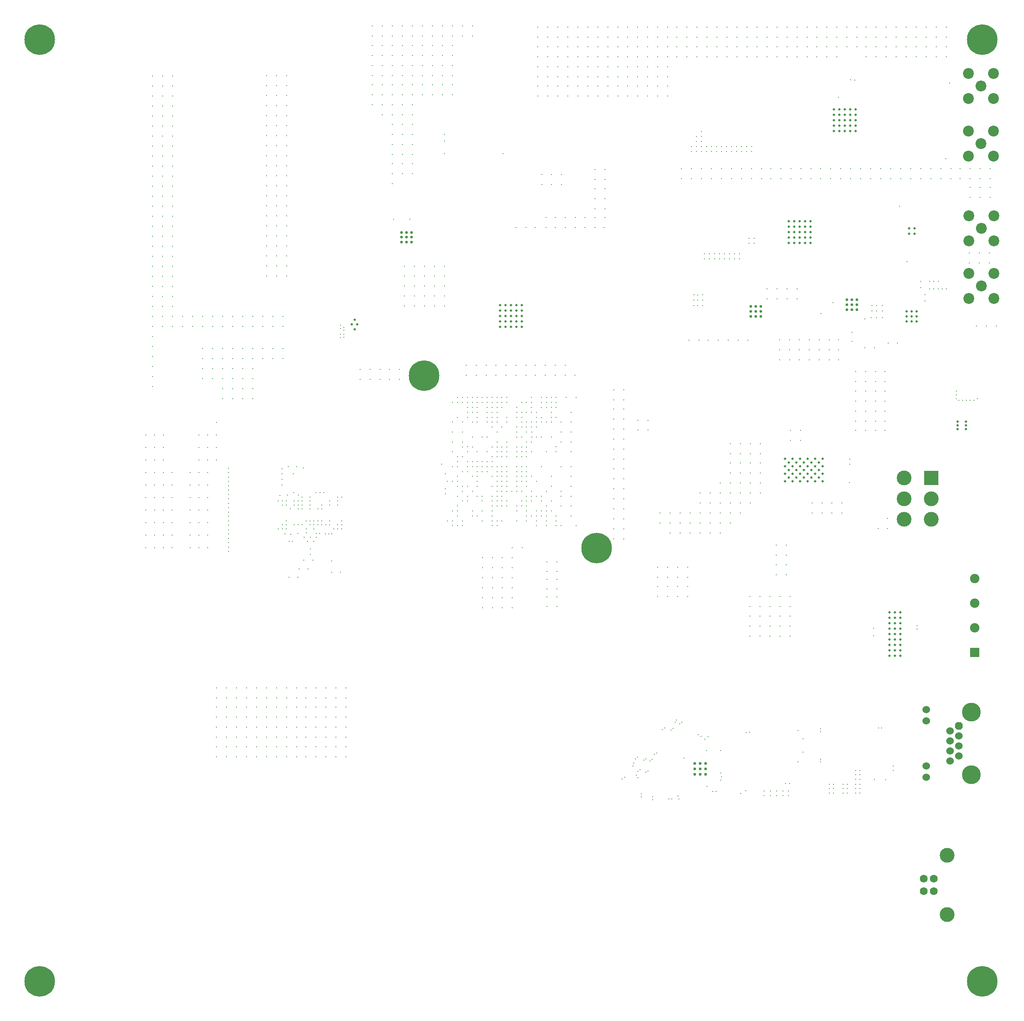
<source format=gbr>
G04*
G04 #@! TF.GenerationSoftware,Altium Limited,Altium Designer,23.11.1 (41)*
G04*
G04 Layer_Physical_Order=6*
G04 Layer_Color=65535*
%FSLAX44Y44*%
%MOMM*%
G71*
G04*
G04 #@! TF.SameCoordinates,04611707-018F-4F9C-9273-AB504833585F*
G04*
G04*
G04 #@! TF.FilePolarity,Positive*
G04*
G01*
G75*
%ADD217C,6.2000*%
%ADD218C,2.2000*%
%ADD219C,3.8100*%
G04:AMPARAMS|DCode=220|XSize=1.524mm|YSize=1.524mm|CornerRadius=0mm|HoleSize=0mm|Usage=FLASHONLY|Rotation=90.000|XOffset=0mm|YOffset=0mm|HoleType=Round|Shape=Octagon|*
%AMOCTAGOND220*
4,1,8,0.3810,0.7620,-0.3810,0.7620,-0.7620,0.3810,-0.7620,-0.3810,-0.3810,-0.7620,0.3810,-0.7620,0.7620,-0.3810,0.7620,0.3810,0.3810,0.7620,0.0*
%
%ADD220OCTAGOND220*%

%ADD221C,1.5240*%
%ADD222C,3.0000*%
%ADD223C,1.6000*%
%ADD224C,0.6000*%
%ADD225R,1.9050X1.9050*%
%ADD226C,1.9050*%
%ADD227R,3.0000X3.0000*%
%ADD228C,0.3048*%
%ADD229C,0.5588*%
%ADD230C,0.5000*%
%ADD231C,0.5080*%
D217*
X1174400Y924704D02*
D03*
X824400Y1274704D02*
D03*
X45720Y1955800D02*
D03*
Y45720D02*
D03*
X1955800D02*
D03*
Y1955800D02*
D03*
D218*
X1927606Y1719326D02*
D03*
X1978406D02*
D03*
Y1770126D02*
D03*
X1927606D02*
D03*
X1953006Y1744726D02*
D03*
X1954530Y1573127D02*
D03*
X1929130Y1598527D02*
D03*
X1979930D02*
D03*
Y1547727D02*
D03*
X1929130D02*
D03*
X1954530Y1456287D02*
D03*
X1929130Y1481687D02*
D03*
X1979930D02*
D03*
Y1430887D02*
D03*
X1929130D02*
D03*
X1953006Y1861566D02*
D03*
X1927606Y1886966D02*
D03*
X1978406D02*
D03*
Y1836166D02*
D03*
X1927606D02*
D03*
D219*
X1933980Y591820D02*
D03*
Y464820D02*
D03*
D220*
X1908580Y563880D02*
D03*
D221*
Y543560D02*
D03*
Y523240D02*
D03*
Y502920D02*
D03*
X1890800Y553720D02*
D03*
Y533400D02*
D03*
Y513080D02*
D03*
Y492760D02*
D03*
X1842540Y596900D02*
D03*
Y482600D02*
D03*
Y459740D02*
D03*
Y574040D02*
D03*
D222*
X1884680Y301500D02*
D03*
Y181100D02*
D03*
X1797320Y982800D02*
D03*
Y1024800D02*
D03*
Y1066800D02*
D03*
X1852320Y982800D02*
D03*
Y1024800D02*
D03*
D223*
X1857680Y228800D02*
D03*
Y253800D02*
D03*
X1837680Y228800D02*
D03*
Y253800D02*
D03*
D224*
X1373680Y487570D02*
D03*
X1384380D02*
D03*
X1395080D02*
D03*
X1373680Y476870D02*
D03*
X1384380D02*
D03*
X1395080D02*
D03*
X1373680Y466170D02*
D03*
X1384380D02*
D03*
X1395080D02*
D03*
D225*
X1940560Y712800D02*
D03*
D226*
Y762800D02*
D03*
Y812800D02*
D03*
Y862800D02*
D03*
D227*
X1852320Y1066800D02*
D03*
D228*
X537210Y1052830D02*
D03*
X428033Y1068710D02*
D03*
Y1086490D02*
D03*
X715122Y1266464D02*
D03*
Y1286784D02*
D03*
X735442D02*
D03*
Y1266464D02*
D03*
X754492D02*
D03*
Y1286784D02*
D03*
X694802Y1266464D02*
D03*
Y1286784D02*
D03*
X774812Y1266464D02*
D03*
Y1286784D02*
D03*
X314960Y1414795D02*
D03*
Y1496075D02*
D03*
Y1475755D02*
D03*
Y1455435D02*
D03*
Y1435115D02*
D03*
Y1678955D02*
D03*
Y1658635D02*
D03*
Y1638315D02*
D03*
Y1577355D02*
D03*
Y1597675D02*
D03*
Y1617995D02*
D03*
Y1557035D02*
D03*
Y1536715D02*
D03*
Y1516395D02*
D03*
Y1821180D02*
D03*
Y1841500D02*
D03*
Y1861820D02*
D03*
Y1800860D02*
D03*
Y1780540D02*
D03*
Y1760220D02*
D03*
Y1699260D02*
D03*
Y1719580D02*
D03*
Y1739900D02*
D03*
Y1882140D02*
D03*
X274320Y1272525D02*
D03*
Y1252205D02*
D03*
Y1292860D02*
D03*
Y1333500D02*
D03*
Y1353820D02*
D03*
Y1313180D02*
D03*
X546100Y1477025D02*
D03*
Y1497345D02*
D03*
Y1639585D02*
D03*
Y1659905D02*
D03*
Y1680225D02*
D03*
Y1619265D02*
D03*
Y1598945D02*
D03*
Y1578625D02*
D03*
Y1517665D02*
D03*
Y1537985D02*
D03*
Y1558305D02*
D03*
Y1863090D02*
D03*
Y1842770D02*
D03*
Y1822450D02*
D03*
Y1761490D02*
D03*
Y1781810D02*
D03*
Y1802130D02*
D03*
Y1741170D02*
D03*
Y1720850D02*
D03*
Y1700530D02*
D03*
Y1883410D02*
D03*
X525780Y1497345D02*
D03*
Y1477025D02*
D03*
X505460D02*
D03*
Y1497345D02*
D03*
Y1639585D02*
D03*
Y1659905D02*
D03*
Y1680225D02*
D03*
X525780D02*
D03*
Y1659905D02*
D03*
Y1639585D02*
D03*
Y1578625D02*
D03*
Y1598945D02*
D03*
Y1619265D02*
D03*
X505460D02*
D03*
Y1598945D02*
D03*
Y1578625D02*
D03*
Y1517665D02*
D03*
Y1537985D02*
D03*
Y1558305D02*
D03*
X525780D02*
D03*
Y1537985D02*
D03*
Y1517665D02*
D03*
X505460Y1863090D02*
D03*
Y1842770D02*
D03*
Y1822450D02*
D03*
X525780D02*
D03*
Y1842770D02*
D03*
Y1863090D02*
D03*
Y1802130D02*
D03*
Y1781810D02*
D03*
Y1761490D02*
D03*
X505460D02*
D03*
Y1781810D02*
D03*
Y1802130D02*
D03*
Y1741170D02*
D03*
Y1720850D02*
D03*
Y1700530D02*
D03*
X525780D02*
D03*
Y1720850D02*
D03*
Y1741170D02*
D03*
Y1883410D02*
D03*
X505460D02*
D03*
X274320Y1882140D02*
D03*
X294640D02*
D03*
Y1739900D02*
D03*
Y1719580D02*
D03*
Y1699260D02*
D03*
X274320D02*
D03*
Y1719580D02*
D03*
Y1739900D02*
D03*
Y1800860D02*
D03*
Y1780540D02*
D03*
Y1760220D02*
D03*
X294640D02*
D03*
Y1780540D02*
D03*
Y1800860D02*
D03*
Y1861820D02*
D03*
Y1841500D02*
D03*
Y1821180D02*
D03*
X274320D02*
D03*
Y1841500D02*
D03*
Y1861820D02*
D03*
X294640Y1516395D02*
D03*
Y1536715D02*
D03*
Y1557035D02*
D03*
X274320D02*
D03*
Y1536715D02*
D03*
Y1516395D02*
D03*
Y1577355D02*
D03*
Y1597675D02*
D03*
Y1617995D02*
D03*
X294640D02*
D03*
Y1597675D02*
D03*
Y1577355D02*
D03*
Y1638315D02*
D03*
Y1658635D02*
D03*
Y1678955D02*
D03*
X274320D02*
D03*
Y1658635D02*
D03*
Y1638315D02*
D03*
X294640Y1435115D02*
D03*
X274320D02*
D03*
Y1496075D02*
D03*
Y1475755D02*
D03*
Y1455435D02*
D03*
X294640D02*
D03*
Y1475755D02*
D03*
Y1496075D02*
D03*
X274320Y1414795D02*
D03*
X294640D02*
D03*
X274320Y1374140D02*
D03*
Y1394460D02*
D03*
X1520190Y1430020D02*
D03*
X1540510D02*
D03*
Y1450340D02*
D03*
X1520190D02*
D03*
X1560830D02*
D03*
X1581150D02*
D03*
Y1430020D02*
D03*
X1560830D02*
D03*
X1718310Y1389380D02*
D03*
X1483360Y1553030D02*
D03*
X1493520D02*
D03*
Y1542870D02*
D03*
X1483360D02*
D03*
X1883410Y1921510D02*
D03*
Y1941830D02*
D03*
Y1960880D02*
D03*
Y1981200D02*
D03*
X1822450D02*
D03*
X1842770D02*
D03*
X1863090D02*
D03*
Y1960880D02*
D03*
X1842770D02*
D03*
X1822450D02*
D03*
Y1941830D02*
D03*
X1842770D02*
D03*
X1863090D02*
D03*
Y1921510D02*
D03*
X1842770D02*
D03*
X1822450D02*
D03*
X1438910D02*
D03*
X1459230D02*
D03*
X1479550D02*
D03*
Y1941830D02*
D03*
X1459230D02*
D03*
X1438910D02*
D03*
Y1960880D02*
D03*
X1459230D02*
D03*
X1479550D02*
D03*
Y1981200D02*
D03*
X1459230D02*
D03*
X1438910D02*
D03*
X1499870D02*
D03*
X1520190D02*
D03*
X1540510D02*
D03*
Y1960880D02*
D03*
X1520190D02*
D03*
X1499870D02*
D03*
Y1941830D02*
D03*
X1520190D02*
D03*
X1540510D02*
D03*
Y1921510D02*
D03*
X1520190D02*
D03*
X1499870D02*
D03*
X1560830D02*
D03*
X1581150D02*
D03*
X1601470D02*
D03*
Y1941830D02*
D03*
X1581150D02*
D03*
X1560830D02*
D03*
Y1960880D02*
D03*
X1581150D02*
D03*
X1601470D02*
D03*
Y1981200D02*
D03*
X1581150D02*
D03*
X1560830D02*
D03*
X1661160D02*
D03*
X1681480D02*
D03*
X1701800D02*
D03*
Y1960880D02*
D03*
X1681480D02*
D03*
X1661160D02*
D03*
Y1941830D02*
D03*
X1681480D02*
D03*
X1701800D02*
D03*
X1661160Y1921510D02*
D03*
X1620520D02*
D03*
X1640840D02*
D03*
Y1941830D02*
D03*
X1620520D02*
D03*
Y1960880D02*
D03*
X1640840D02*
D03*
Y1981200D02*
D03*
X1620520D02*
D03*
X1720850D02*
D03*
X1741170D02*
D03*
Y1960880D02*
D03*
X1720850D02*
D03*
Y1941830D02*
D03*
X1741170D02*
D03*
Y1921510D02*
D03*
X1720850D02*
D03*
X1761490D02*
D03*
X1781810D02*
D03*
X1802130D02*
D03*
Y1941830D02*
D03*
X1781810D02*
D03*
X1761490D02*
D03*
Y1960880D02*
D03*
X1781810D02*
D03*
X1802130D02*
D03*
Y1981200D02*
D03*
X1781810D02*
D03*
X1761490D02*
D03*
X1984369Y1374726D02*
D03*
X1964049D02*
D03*
X1943729D02*
D03*
X1950048Y1502926D02*
D03*
X1970368D02*
D03*
Y1523246D02*
D03*
X1950048D02*
D03*
X1929728D02*
D03*
Y1502926D02*
D03*
X1931670Y1635760D02*
D03*
Y1656080D02*
D03*
X1951990D02*
D03*
X1972310D02*
D03*
Y1635760D02*
D03*
X1951990D02*
D03*
X1729740Y1673860D02*
D03*
X1750060D02*
D03*
X1770380D02*
D03*
Y1694180D02*
D03*
X1750060D02*
D03*
X1729740D02*
D03*
X1790700D02*
D03*
X1811020D02*
D03*
X1831340D02*
D03*
Y1673860D02*
D03*
X1811020D02*
D03*
X1790700D02*
D03*
X1851660D02*
D03*
X1871980D02*
D03*
X1892300D02*
D03*
Y1694180D02*
D03*
X1871980D02*
D03*
X1851660D02*
D03*
X1951990D02*
D03*
X1972310D02*
D03*
Y1673860D02*
D03*
X1951990D02*
D03*
X1911350D02*
D03*
X1931670D02*
D03*
Y1694180D02*
D03*
X1911350D02*
D03*
X1346200Y1673860D02*
D03*
X1366520D02*
D03*
X1386840D02*
D03*
Y1694180D02*
D03*
X1366520D02*
D03*
X1346200D02*
D03*
X1407160D02*
D03*
X1427480D02*
D03*
X1447800D02*
D03*
Y1673860D02*
D03*
X1427480D02*
D03*
X1407160D02*
D03*
X1468120D02*
D03*
X1488440D02*
D03*
X1508760D02*
D03*
Y1694180D02*
D03*
X1488440D02*
D03*
X1468120D02*
D03*
X1568450D02*
D03*
X1588770D02*
D03*
X1609090D02*
D03*
Y1673860D02*
D03*
X1588770D02*
D03*
X1568450D02*
D03*
X1527810D02*
D03*
X1548130D02*
D03*
Y1694180D02*
D03*
X1527810D02*
D03*
X1628140D02*
D03*
X1648460D02*
D03*
Y1673860D02*
D03*
X1628140D02*
D03*
X1668780D02*
D03*
X1689100D02*
D03*
X1709420D02*
D03*
Y1694180D02*
D03*
X1689100D02*
D03*
X1668780D02*
D03*
X1691640Y1362710D02*
D03*
Y1343660D02*
D03*
X1737360Y1330960D02*
D03*
X1718310D02*
D03*
X1784350Y1340439D02*
D03*
X1765300D02*
D03*
X436880Y1228090D02*
D03*
Y1248410D02*
D03*
X416560D02*
D03*
Y1228090D02*
D03*
X477520D02*
D03*
Y1248410D02*
D03*
Y1268730D02*
D03*
X457200D02*
D03*
Y1248410D02*
D03*
Y1228090D02*
D03*
Y1289050D02*
D03*
X477520D02*
D03*
X1441450Y1346200D02*
D03*
X1461770D02*
D03*
X1480820D02*
D03*
X1421130D02*
D03*
X1400810D02*
D03*
X1381760D02*
D03*
X1361440D02*
D03*
X1625600Y1306830D02*
D03*
Y1327150D02*
D03*
Y1347470D02*
D03*
X1645920D02*
D03*
Y1327150D02*
D03*
Y1306830D02*
D03*
X1664970D02*
D03*
Y1327150D02*
D03*
Y1347470D02*
D03*
X1605280Y1306830D02*
D03*
Y1327150D02*
D03*
Y1347470D02*
D03*
X1584960D02*
D03*
Y1327150D02*
D03*
Y1306830D02*
D03*
X1565910D02*
D03*
Y1327150D02*
D03*
Y1347470D02*
D03*
X1545590D02*
D03*
Y1327150D02*
D03*
Y1306830D02*
D03*
X1699260Y1202690D02*
D03*
X1719580D02*
D03*
X1739900D02*
D03*
Y1182370D02*
D03*
X1719580D02*
D03*
X1699260D02*
D03*
Y1163320D02*
D03*
X1719580D02*
D03*
X1739900D02*
D03*
X1699260Y1223010D02*
D03*
X1719580D02*
D03*
X1739900D02*
D03*
Y1243330D02*
D03*
X1719580D02*
D03*
X1699260D02*
D03*
Y1262380D02*
D03*
X1719580D02*
D03*
X1739900D02*
D03*
Y1282700D02*
D03*
X1719580D02*
D03*
X1699260D02*
D03*
X1758950Y1202690D02*
D03*
Y1182370D02*
D03*
Y1163320D02*
D03*
Y1223010D02*
D03*
Y1243330D02*
D03*
Y1262380D02*
D03*
Y1282700D02*
D03*
X1587500Y1143000D02*
D03*
Y1163320D02*
D03*
X1567180D02*
D03*
Y1143000D02*
D03*
X1384300Y1036320D02*
D03*
Y1016000D02*
D03*
X1363980Y995680D02*
D03*
X1323340D02*
D03*
X1343660D02*
D03*
X1303020D02*
D03*
Y975360D02*
D03*
X1323340Y955040D02*
D03*
X1343660D02*
D03*
Y975360D02*
D03*
X1323340D02*
D03*
X1384300Y995680D02*
D03*
X1445260Y975360D02*
D03*
X1384300D02*
D03*
X1363980D02*
D03*
Y955040D02*
D03*
X1384300D02*
D03*
X1404620D02*
D03*
X1424940D02*
D03*
Y975360D02*
D03*
X1404620D02*
D03*
X1424940Y1036320D02*
D03*
X1404620D02*
D03*
X1424940Y1056640D02*
D03*
Y1016000D02*
D03*
X1404620D02*
D03*
Y995680D02*
D03*
X1424940D02*
D03*
X1445260D02*
D03*
X1465580D02*
D03*
X1485900Y1016000D02*
D03*
X1465580D02*
D03*
X1445260D02*
D03*
Y1056640D02*
D03*
X1465580D02*
D03*
X1485900D02*
D03*
Y1036320D02*
D03*
X1465580D02*
D03*
X1445260D02*
D03*
Y1076960D02*
D03*
X1465580D02*
D03*
X1485900D02*
D03*
Y1097280D02*
D03*
X1465580D02*
D03*
X1445260D02*
D03*
Y1116330D02*
D03*
X1465580D02*
D03*
X1485900D02*
D03*
Y1136650D02*
D03*
X1465580D02*
D03*
X1445260D02*
D03*
X1506220D02*
D03*
Y1116330D02*
D03*
Y1097280D02*
D03*
Y1076960D02*
D03*
Y1036320D02*
D03*
Y1056640D02*
D03*
X1278108Y1183614D02*
D03*
X1257788D02*
D03*
Y1164564D02*
D03*
X1278108D02*
D03*
X1093769Y896700D02*
D03*
X1073449D02*
D03*
Y877650D02*
D03*
X1093769D02*
D03*
X1094286Y861117D02*
D03*
X1073966D02*
D03*
Y842067D02*
D03*
X1094286D02*
D03*
X1297860Y826062D02*
D03*
X1318180D02*
D03*
X1338500D02*
D03*
Y846382D02*
D03*
X1318180D02*
D03*
X1297860D02*
D03*
Y865432D02*
D03*
X1318180D02*
D03*
X1338500D02*
D03*
Y885752D02*
D03*
X1318180D02*
D03*
X1297860D02*
D03*
X1358820D02*
D03*
Y865432D02*
D03*
Y846382D02*
D03*
Y826062D02*
D03*
X1671032Y995593D02*
D03*
Y1015913D02*
D03*
X1650712D02*
D03*
Y995593D02*
D03*
X1631662D02*
D03*
Y1015913D02*
D03*
X1611342D02*
D03*
Y995593D02*
D03*
X1538822Y870578D02*
D03*
X1559142D02*
D03*
Y890898D02*
D03*
X1538822D02*
D03*
Y909948D02*
D03*
X1559142D02*
D03*
Y930268D02*
D03*
X1538822D02*
D03*
X1485240Y746379D02*
D03*
X1505560D02*
D03*
X1525880D02*
D03*
X1485240Y766699D02*
D03*
X1505560D02*
D03*
X1525880D02*
D03*
Y787019D02*
D03*
X1505560D02*
D03*
X1485240D02*
D03*
Y806069D02*
D03*
X1505560D02*
D03*
X1525880D02*
D03*
Y826389D02*
D03*
X1505560D02*
D03*
X1485240D02*
D03*
X1546200D02*
D03*
X1566520D02*
D03*
Y806069D02*
D03*
X1546200D02*
D03*
Y787019D02*
D03*
X1566520D02*
D03*
Y766699D02*
D03*
X1546200D02*
D03*
X1566520Y746379D02*
D03*
X1546200D02*
D03*
X1744736Y964394D02*
D03*
X1763786Y984714D02*
D03*
Y964394D02*
D03*
X403860Y561340D02*
D03*
X424180D02*
D03*
X444500D02*
D03*
Y541020D02*
D03*
X424180D02*
D03*
X403860D02*
D03*
Y521970D02*
D03*
X424180D02*
D03*
X444500D02*
D03*
Y501650D02*
D03*
X424180D02*
D03*
X403860D02*
D03*
Y581660D02*
D03*
X424180D02*
D03*
X444500D02*
D03*
Y601980D02*
D03*
X424180D02*
D03*
X403860D02*
D03*
Y621030D02*
D03*
X424180D02*
D03*
X444500D02*
D03*
Y641350D02*
D03*
X424180D02*
D03*
X403860D02*
D03*
X464820D02*
D03*
X485140D02*
D03*
X505460D02*
D03*
Y621030D02*
D03*
X485140D02*
D03*
X464820D02*
D03*
Y601980D02*
D03*
X485140D02*
D03*
X505460D02*
D03*
Y581660D02*
D03*
X485140D02*
D03*
X464820D02*
D03*
Y501650D02*
D03*
X485140D02*
D03*
X505460D02*
D03*
Y521970D02*
D03*
X485140D02*
D03*
X464820D02*
D03*
Y541020D02*
D03*
X485140D02*
D03*
X505460D02*
D03*
Y561340D02*
D03*
X485140D02*
D03*
X464820D02*
D03*
X525780D02*
D03*
X546100D02*
D03*
X566420D02*
D03*
Y541020D02*
D03*
X546100D02*
D03*
X525780D02*
D03*
Y521970D02*
D03*
X546100D02*
D03*
X566420D02*
D03*
Y501650D02*
D03*
X546100D02*
D03*
X525780D02*
D03*
Y581660D02*
D03*
X546100D02*
D03*
X566420D02*
D03*
Y601980D02*
D03*
X546100D02*
D03*
X525780D02*
D03*
Y621030D02*
D03*
X546100D02*
D03*
X566420D02*
D03*
Y641350D02*
D03*
X546100D02*
D03*
X525780D02*
D03*
X626110D02*
D03*
X646430D02*
D03*
X666750D02*
D03*
Y621030D02*
D03*
X646430D02*
D03*
X626110D02*
D03*
Y601980D02*
D03*
X646430D02*
D03*
X666750D02*
D03*
Y581660D02*
D03*
X646430D02*
D03*
X626110D02*
D03*
Y501650D02*
D03*
X646430D02*
D03*
X666750D02*
D03*
Y521970D02*
D03*
X646430D02*
D03*
X626110D02*
D03*
Y541020D02*
D03*
X646430D02*
D03*
X666750D02*
D03*
Y561340D02*
D03*
X646430D02*
D03*
X626110D02*
D03*
X585470D02*
D03*
X605790D02*
D03*
Y541020D02*
D03*
X585470D02*
D03*
Y521970D02*
D03*
X605790D02*
D03*
Y501650D02*
D03*
X585470D02*
D03*
Y581660D02*
D03*
X605790D02*
D03*
Y601980D02*
D03*
X585470D02*
D03*
Y621030D02*
D03*
X605790D02*
D03*
Y641350D02*
D03*
X585470D02*
D03*
X845820Y1436370D02*
D03*
X866140D02*
D03*
Y1416050D02*
D03*
X845820D02*
D03*
Y1456690D02*
D03*
X866140D02*
D03*
Y1477010D02*
D03*
X845820D02*
D03*
Y1496060D02*
D03*
X866140D02*
D03*
X825500D02*
D03*
X805180D02*
D03*
X784860D02*
D03*
Y1477010D02*
D03*
X805180D02*
D03*
X825500D02*
D03*
Y1456690D02*
D03*
X805180D02*
D03*
X784860D02*
D03*
Y1416050D02*
D03*
X805180D02*
D03*
X825500D02*
D03*
Y1436370D02*
D03*
X805180D02*
D03*
X784860D02*
D03*
X1070610Y1295400D02*
D03*
Y1275080D02*
D03*
X1130300D02*
D03*
X1111250D02*
D03*
Y1295400D02*
D03*
X1090930D02*
D03*
Y1275080D02*
D03*
X990600Y1295400D02*
D03*
Y1275080D02*
D03*
X1050290Y1295400D02*
D03*
Y1275080D02*
D03*
X1031240D02*
D03*
Y1295400D02*
D03*
X1010920D02*
D03*
Y1275080D02*
D03*
X910590Y1295400D02*
D03*
Y1275080D02*
D03*
X970280Y1295400D02*
D03*
Y1275080D02*
D03*
X951230D02*
D03*
Y1295400D02*
D03*
X930910D02*
D03*
Y1275080D02*
D03*
X1094286Y806201D02*
D03*
X1073966D02*
D03*
Y825251D02*
D03*
X1094286D02*
D03*
X1209040Y984250D02*
D03*
X1229360Y963930D02*
D03*
X1209040D02*
D03*
X1229360Y943610D02*
D03*
X1209040D02*
D03*
X1229360Y984250D02*
D03*
Y1004570D02*
D03*
X1209040D02*
D03*
Y1125220D02*
D03*
X1229360D02*
D03*
Y1104900D02*
D03*
X1209040D02*
D03*
Y1085850D02*
D03*
X1229360D02*
D03*
Y1065530D02*
D03*
X1209040D02*
D03*
Y1024890D02*
D03*
X1229360D02*
D03*
Y1045210D02*
D03*
X1209040D02*
D03*
Y1245870D02*
D03*
X1229360D02*
D03*
Y1225550D02*
D03*
X1209040D02*
D03*
Y1206500D02*
D03*
X1229360D02*
D03*
Y1186180D02*
D03*
X1209040D02*
D03*
Y1145540D02*
D03*
X1229360D02*
D03*
Y1165860D02*
D03*
X1209040D02*
D03*
X1023620Y925830D02*
D03*
X1003300D02*
D03*
X943610Y885190D02*
D03*
Y905510D02*
D03*
X963930D02*
D03*
Y885190D02*
D03*
X982980D02*
D03*
Y905510D02*
D03*
X1003300D02*
D03*
Y885190D02*
D03*
Y824230D02*
D03*
Y844550D02*
D03*
Y864870D02*
D03*
X982980D02*
D03*
Y844550D02*
D03*
Y824230D02*
D03*
X963930D02*
D03*
Y844550D02*
D03*
Y864870D02*
D03*
X943610D02*
D03*
Y844550D02*
D03*
Y824230D02*
D03*
Y803910D02*
D03*
X963930D02*
D03*
X982980D02*
D03*
X1003300D02*
D03*
X436880Y1268730D02*
D03*
Y1289050D02*
D03*
X375920D02*
D03*
X396240D02*
D03*
X416560D02*
D03*
Y1268730D02*
D03*
X396240D02*
D03*
X375920D02*
D03*
Y1309370D02*
D03*
X396240D02*
D03*
X416560D02*
D03*
Y1329690D02*
D03*
X396240D02*
D03*
X375920D02*
D03*
X436880D02*
D03*
X457200D02*
D03*
X477520D02*
D03*
Y1309370D02*
D03*
X457200D02*
D03*
X436880D02*
D03*
X497840D02*
D03*
X518160D02*
D03*
X538480D02*
D03*
Y1329690D02*
D03*
X518160D02*
D03*
X497840D02*
D03*
X355600Y1374140D02*
D03*
X335280D02*
D03*
X314960D02*
D03*
Y1394460D02*
D03*
X335280D02*
D03*
X355600D02*
D03*
X294640D02*
D03*
Y1374140D02*
D03*
X497840Y1394460D02*
D03*
X518160D02*
D03*
X538480D02*
D03*
Y1374140D02*
D03*
X518160D02*
D03*
X497840D02*
D03*
X436880D02*
D03*
X457200D02*
D03*
X477520D02*
D03*
Y1394460D02*
D03*
X457200D02*
D03*
X436880D02*
D03*
X375920D02*
D03*
X396240D02*
D03*
X416560D02*
D03*
Y1374140D02*
D03*
X396240D02*
D03*
X375920D02*
D03*
X1063822Y1662430D02*
D03*
X1082872D02*
D03*
X1103192D02*
D03*
Y1682750D02*
D03*
X1082872D02*
D03*
X1063822D02*
D03*
X1010698Y1574800D02*
D03*
X1031018D02*
D03*
X1050068D02*
D03*
X1189990D02*
D03*
X1170940D02*
D03*
X1071880Y1595120D02*
D03*
X1090930D02*
D03*
X1111250D02*
D03*
X1150620D02*
D03*
X1131570D02*
D03*
Y1574800D02*
D03*
X1150620D02*
D03*
X1111250D02*
D03*
X1090930D02*
D03*
X1071880D02*
D03*
X1170940Y1692910D02*
D03*
Y1672590D02*
D03*
Y1653540D02*
D03*
Y1633220D02*
D03*
Y1595120D02*
D03*
Y1612900D02*
D03*
X1191260D02*
D03*
Y1595120D02*
D03*
Y1633220D02*
D03*
Y1653540D02*
D03*
Y1672590D02*
D03*
Y1692910D02*
D03*
X350690Y1001400D02*
D03*
X386250D02*
D03*
X368470D02*
D03*
X386250Y1026800D02*
D03*
X368470D02*
D03*
X350690D02*
D03*
X368470Y1052200D02*
D03*
X386250D02*
D03*
X350690D02*
D03*
X278300Y1052200D02*
D03*
X260520D02*
D03*
X313860D02*
D03*
X296080D02*
D03*
Y1001400D02*
D03*
X313860D02*
D03*
X296080Y1026800D02*
D03*
X313860D02*
D03*
X278300Y1001400D02*
D03*
X260520D02*
D03*
Y1026800D02*
D03*
X278300D02*
D03*
X1377950Y1981200D02*
D03*
X1398270D02*
D03*
X1418590D02*
D03*
Y1960880D02*
D03*
X1398270D02*
D03*
X1377950D02*
D03*
Y1941830D02*
D03*
X1398270D02*
D03*
X1418590D02*
D03*
Y1921510D02*
D03*
X1398270D02*
D03*
X1377950D02*
D03*
X1337310D02*
D03*
X1357630D02*
D03*
Y1941830D02*
D03*
X1337310D02*
D03*
Y1960880D02*
D03*
X1357630D02*
D03*
Y1981200D02*
D03*
X1337310D02*
D03*
X1236980D02*
D03*
X1257300D02*
D03*
Y1960880D02*
D03*
X1236980D02*
D03*
Y1941830D02*
D03*
X1257300D02*
D03*
Y1921510D02*
D03*
X1236980D02*
D03*
Y1841500D02*
D03*
X1257300D02*
D03*
Y1861820D02*
D03*
X1236980D02*
D03*
Y1880870D02*
D03*
X1257300D02*
D03*
Y1901190D02*
D03*
X1236980D02*
D03*
X1277620D02*
D03*
X1297940D02*
D03*
X1318260D02*
D03*
Y1880870D02*
D03*
X1297940D02*
D03*
X1277620D02*
D03*
Y1861820D02*
D03*
X1297940D02*
D03*
X1318260D02*
D03*
Y1841500D02*
D03*
X1297940D02*
D03*
X1277620D02*
D03*
Y1921510D02*
D03*
X1297940D02*
D03*
X1318260D02*
D03*
Y1941830D02*
D03*
X1297940D02*
D03*
X1277620D02*
D03*
Y1960880D02*
D03*
X1297940D02*
D03*
X1318260D02*
D03*
Y1981200D02*
D03*
X1297940D02*
D03*
X1277620D02*
D03*
X1177290D02*
D03*
X1197610D02*
D03*
X1217930D02*
D03*
Y1960880D02*
D03*
X1197610D02*
D03*
X1177290D02*
D03*
Y1941830D02*
D03*
X1197610D02*
D03*
X1217930D02*
D03*
Y1921510D02*
D03*
X1197610D02*
D03*
X1177290D02*
D03*
Y1841500D02*
D03*
X1197610D02*
D03*
X1217930D02*
D03*
Y1861820D02*
D03*
X1197610D02*
D03*
X1177290D02*
D03*
Y1880870D02*
D03*
X1197610D02*
D03*
X1217930D02*
D03*
Y1901190D02*
D03*
X1197610D02*
D03*
X1177290D02*
D03*
X1116330D02*
D03*
X1136650D02*
D03*
X1156970D02*
D03*
Y1880870D02*
D03*
X1136650D02*
D03*
X1116330D02*
D03*
Y1861820D02*
D03*
X1136650D02*
D03*
X1156970D02*
D03*
Y1841500D02*
D03*
X1136650D02*
D03*
X1116330D02*
D03*
Y1921510D02*
D03*
X1136650D02*
D03*
X1156970D02*
D03*
Y1941830D02*
D03*
X1136650D02*
D03*
X1116330D02*
D03*
Y1960880D02*
D03*
X1136650D02*
D03*
X1156970D02*
D03*
Y1981200D02*
D03*
X1136650D02*
D03*
X1116330D02*
D03*
X1055370D02*
D03*
X1075690D02*
D03*
X1096010D02*
D03*
Y1960880D02*
D03*
X1075690D02*
D03*
X1055370D02*
D03*
Y1941830D02*
D03*
X1075690D02*
D03*
X1096010D02*
D03*
Y1921510D02*
D03*
X1075690D02*
D03*
X1055370D02*
D03*
Y1841500D02*
D03*
X1075690D02*
D03*
X1096010D02*
D03*
Y1861820D02*
D03*
X1075690D02*
D03*
X1055370D02*
D03*
Y1880870D02*
D03*
X1075690D02*
D03*
X1096010D02*
D03*
Y1901190D02*
D03*
X1075690D02*
D03*
X1055370D02*
D03*
X760730Y1663700D02*
D03*
X720090Y1823720D02*
D03*
X740410Y1803400D02*
D03*
Y1823720D02*
D03*
X781050Y1743710D02*
D03*
X801370D02*
D03*
Y1723390D02*
D03*
X781050D02*
D03*
Y1704340D02*
D03*
X801370D02*
D03*
Y1684020D02*
D03*
X781050D02*
D03*
Y1764030D02*
D03*
X801370D02*
D03*
Y1784350D02*
D03*
X781050D02*
D03*
Y1803400D02*
D03*
X801370D02*
D03*
Y1823720D02*
D03*
X781050D02*
D03*
X760730D02*
D03*
Y1803400D02*
D03*
Y1784350D02*
D03*
Y1764030D02*
D03*
Y1684020D02*
D03*
Y1704340D02*
D03*
Y1723390D02*
D03*
Y1743710D02*
D03*
X720090Y1903730D02*
D03*
X740410D02*
D03*
X760730D02*
D03*
Y1883410D02*
D03*
X740410D02*
D03*
X720090D02*
D03*
Y1864360D02*
D03*
X740410D02*
D03*
X760730D02*
D03*
Y1844040D02*
D03*
X740410D02*
D03*
X720090D02*
D03*
Y1924050D02*
D03*
X740410D02*
D03*
X760730D02*
D03*
Y1944370D02*
D03*
X740410D02*
D03*
X720090D02*
D03*
Y1963420D02*
D03*
X740410D02*
D03*
X760730D02*
D03*
Y1983740D02*
D03*
X740410D02*
D03*
X720090D02*
D03*
X781050D02*
D03*
X801370D02*
D03*
X821690D02*
D03*
Y1963420D02*
D03*
X801370D02*
D03*
X781050D02*
D03*
Y1944370D02*
D03*
X801370D02*
D03*
X821690D02*
D03*
Y1924050D02*
D03*
X801370D02*
D03*
X781050D02*
D03*
Y1844040D02*
D03*
X801370D02*
D03*
X821690D02*
D03*
Y1864360D02*
D03*
X801370D02*
D03*
X781050D02*
D03*
Y1883410D02*
D03*
X801370D02*
D03*
X821690D02*
D03*
Y1903730D02*
D03*
X801370D02*
D03*
X781050D02*
D03*
X1945640Y1228090D02*
D03*
X763022Y1592177D02*
D03*
X795773D02*
D03*
X923290Y1963420D02*
D03*
Y1983740D02*
D03*
X902970D02*
D03*
Y1963420D02*
D03*
X842010Y1903730D02*
D03*
X862330D02*
D03*
X882650D02*
D03*
Y1883410D02*
D03*
X862330D02*
D03*
X842010D02*
D03*
Y1864360D02*
D03*
X862330D02*
D03*
X882650D02*
D03*
Y1844040D02*
D03*
X862330D02*
D03*
X842010D02*
D03*
Y1924050D02*
D03*
X862330D02*
D03*
X882650D02*
D03*
Y1944370D02*
D03*
X862330D02*
D03*
X842010D02*
D03*
Y1963420D02*
D03*
X862330D02*
D03*
X882650D02*
D03*
Y1983740D02*
D03*
X862330D02*
D03*
X842010D02*
D03*
X866314Y1725007D02*
D03*
X984773D02*
D03*
X1882394Y1714500D02*
D03*
X1392841Y1511378D02*
D03*
X1403000D02*
D03*
Y1521537D02*
D03*
X1392841D02*
D03*
X1413161D02*
D03*
X1423320D02*
D03*
Y1511378D02*
D03*
X1413161D02*
D03*
X1453801D02*
D03*
X1463961D02*
D03*
Y1521537D02*
D03*
X1453801D02*
D03*
X1433481D02*
D03*
X1443640D02*
D03*
Y1511378D02*
D03*
X1433481D02*
D03*
X1386661Y1769711D02*
D03*
Y1759551D02*
D03*
X1376501D02*
D03*
X1386661Y1749391D02*
D03*
X1376501D02*
D03*
X1447621Y1729071D02*
D03*
X1457781D02*
D03*
Y1739231D02*
D03*
X1447621D02*
D03*
X1467941D02*
D03*
X1478101D02*
D03*
Y1729071D02*
D03*
X1467941D02*
D03*
X1488261Y1739231D02*
D03*
Y1729071D02*
D03*
X1406981D02*
D03*
X1417141D02*
D03*
Y1739231D02*
D03*
X1406981D02*
D03*
X1427301D02*
D03*
X1437461D02*
D03*
Y1729071D02*
D03*
X1427301D02*
D03*
X1386661D02*
D03*
X1396821D02*
D03*
Y1739231D02*
D03*
X1386661D02*
D03*
X1366341D02*
D03*
X1376501D02*
D03*
Y1729071D02*
D03*
X1366341D02*
D03*
X1379495Y1427558D02*
D03*
X1371215D02*
D03*
X1389040Y1438227D02*
D03*
Y1427558D02*
D03*
Y1416889D02*
D03*
X1371215Y1438227D02*
D03*
Y1416889D02*
D03*
X1379495D02*
D03*
Y1438149D02*
D03*
X1741738Y1405306D02*
D03*
Y1416813D02*
D03*
X1753168Y1405306D02*
D03*
Y1416813D02*
D03*
Y1392056D02*
D03*
X1741738D02*
D03*
X1730308D02*
D03*
X1732280Y1416813D02*
D03*
Y1405306D02*
D03*
X1788022Y1617754D02*
D03*
X1889760Y1867535D02*
D03*
X1803398Y1505712D02*
D03*
X1866900Y1465580D02*
D03*
X1858010D02*
D03*
X1831340D02*
D03*
X1849120D02*
D03*
X1840230Y1426210D02*
D03*
X1831340Y1452880D02*
D03*
X1840230Y1438910D02*
D03*
X1874520Y1450340D02*
D03*
X1883410D02*
D03*
X1866900D02*
D03*
X1849120D02*
D03*
X1858010D02*
D03*
X1931670Y1224280D02*
D03*
X1916430D02*
D03*
X1903730Y1243330D02*
D03*
Y1235710D02*
D03*
Y1228090D02*
D03*
X1939290Y1224280D02*
D03*
X1924050D02*
D03*
X1908810D02*
D03*
X1629156Y1400463D02*
D03*
X1653861Y1422400D02*
D03*
X1477621Y550829D02*
D03*
X1386098Y542934D02*
D03*
X1400175Y541682D02*
D03*
X1484490Y551054D02*
D03*
X1393962Y536808D02*
D03*
X1425944Y453656D02*
D03*
X1426210Y514350D02*
D03*
X1427480Y461010D02*
D03*
X1426210Y468630D02*
D03*
X1380470Y545836D02*
D03*
X1274674Y496836D02*
D03*
X1265071Y426196D02*
D03*
X1265008Y420148D02*
D03*
X1231358Y459702D02*
D03*
X1248278Y482905D02*
D03*
X1226109Y456533D02*
D03*
X1254952Y463980D02*
D03*
X1257533Y500788D02*
D03*
X1311980Y559770D02*
D03*
X1333171Y571977D02*
D03*
X1336461Y576175D02*
D03*
X1409379Y431165D02*
D03*
X1339179Y421671D02*
D03*
X1341095Y416067D02*
D03*
X1320437Y416131D02*
D03*
X1327139D02*
D03*
X1257945Y471994D02*
D03*
X1258221Y458917D02*
D03*
X1252837Y497455D02*
D03*
X1269822Y494620D02*
D03*
X1288173Y420148D02*
D03*
X1288208Y414187D02*
D03*
X1278691Y472636D02*
D03*
X1291065Y506373D02*
D03*
X1282348Y492477D02*
D03*
X1287135Y496217D02*
D03*
X1274304Y469603D02*
D03*
X1416629Y431132D02*
D03*
X1249778Y488623D02*
D03*
X1262380Y474980D02*
D03*
X1052500Y1030005D02*
D03*
X1032500D02*
D03*
X1002511Y1039990D02*
D03*
X972515Y1020011D02*
D03*
X1295890Y509075D02*
D03*
X655342Y1369726D02*
D03*
X662242Y1372686D02*
D03*
X655342Y1376562D02*
D03*
Y1351651D02*
D03*
X662242Y1366590D02*
D03*
Y1357954D02*
D03*
X655342Y1357912D02*
D03*
X662242Y1351858D02*
D03*
X1343003Y568522D02*
D03*
X1347236Y571737D02*
D03*
X1325086Y555594D02*
D03*
X1328980Y558800D02*
D03*
X1307512Y556349D02*
D03*
X569579Y1031862D02*
D03*
X548060Y1032570D02*
D03*
X560240Y1037100D02*
D03*
X532935Y1031724D02*
D03*
X624715Y953512D02*
D03*
X631750D02*
D03*
X637500Y953650D02*
D03*
X554816Y952880D02*
D03*
X568749Y954159D02*
D03*
X542460Y953100D02*
D03*
X606314Y954568D02*
D03*
X613297Y954459D02*
D03*
X1032510Y1090000D02*
D03*
X1042510Y1070000D02*
D03*
X1032510D02*
D03*
Y1080000D02*
D03*
X1012510D02*
D03*
X1022510D02*
D03*
X1032510Y1060000D02*
D03*
X1012510D02*
D03*
Y1050000D02*
D03*
X1022510Y1070000D02*
D03*
X1032510Y1050000D02*
D03*
X1022510Y1060028D02*
D03*
X1012510Y1070000D02*
D03*
X1052510Y1200000D02*
D03*
X952490Y1200000D02*
D03*
X972490D02*
D03*
X932490D02*
D03*
X922490D02*
D03*
X1022500Y1200010D02*
D03*
X1042510Y1200000D02*
D03*
X1012500Y1200010D02*
D03*
X1032500Y1200010D02*
D03*
X962490Y1200000D02*
D03*
X912490D02*
D03*
X1052510Y1190000D02*
D03*
X912510D02*
D03*
X972490D02*
D03*
X952490D02*
D03*
X992490D02*
D03*
X1062510D02*
D03*
X1012500Y1190010D02*
D03*
X932490Y1190000D02*
D03*
X1022500Y1190010D02*
D03*
X982490Y1070000D02*
D03*
X972490Y1080000D02*
D03*
Y1070000D02*
D03*
Y1090000D02*
D03*
X972488Y1060028D02*
D03*
X982490Y1050001D02*
D03*
X972488Y1050001D02*
D03*
X972500Y1039990D02*
D03*
X982490Y1090000D02*
D03*
Y1080000D02*
D03*
X962516Y1090007D02*
D03*
X982490Y1060028D02*
D03*
X982500Y1039990D02*
D03*
X1012510Y1090000D02*
D03*
X1022510D02*
D03*
X1052510Y1060000D02*
D03*
X1062510Y1090000D02*
D03*
X992490Y1070000D02*
D03*
X992500Y1020000D02*
D03*
X992490Y1060000D02*
D03*
Y1120000D02*
D03*
Y1110000D02*
D03*
X992500Y1039989D02*
D03*
X992500Y1010000D02*
D03*
X992490Y1090000D02*
D03*
Y1080000D02*
D03*
Y1050001D02*
D03*
X1052510Y1150000D02*
D03*
X1042710Y1150000D02*
D03*
X1042510Y1180000D02*
D03*
X1042500Y1140010D02*
D03*
X1042710Y1160000D02*
D03*
X1042510Y1170000D02*
D03*
Y1120000D02*
D03*
X1072510Y1180000D02*
D03*
Y1120000D02*
D03*
X1052510Y1180000D02*
D03*
Y1170000D02*
D03*
X1062510Y1150000D02*
D03*
Y1180000D02*
D03*
X972490Y1110000D02*
D03*
X982490Y1120000D02*
D03*
Y1110000D02*
D03*
X972490Y1120000D02*
D03*
X1012510Y1110000D02*
D03*
X1032510Y1120000D02*
D03*
X1012510D02*
D03*
X1032510Y1110000D02*
D03*
X1022510Y1120000D02*
D03*
Y1110000D02*
D03*
X1072510Y1220000D02*
D03*
X1062510D02*
D03*
Y1210000D02*
D03*
X982490D02*
D03*
X1072510D02*
D03*
X992490Y1220000D02*
D03*
X1042510D02*
D03*
X982490D02*
D03*
X1042510Y1210000D02*
D03*
X1012500Y1210010D02*
D03*
X1052500Y990000D02*
D03*
X1012510Y1000000D02*
D03*
X1032510Y1000001D02*
D03*
X1052510Y1000000D02*
D03*
X1062500D02*
D03*
X1012510Y980000D02*
D03*
X1042510Y990000D02*
D03*
X1032510D02*
D03*
X1072500D02*
D03*
X1052510Y980000D02*
D03*
X1072510D02*
D03*
X1062510Y990001D02*
D03*
X1072500Y1000000D02*
D03*
X1032510Y980000D02*
D03*
X1022500Y1220010D02*
D03*
X962490Y1229994D02*
D03*
X922490Y1220000D02*
D03*
X912490D02*
D03*
X932490D02*
D03*
X962490D02*
D03*
X952490D02*
D03*
X942490D02*
D03*
X972490D02*
D03*
X1032500Y1220010D02*
D03*
X1032510Y1020000D02*
D03*
X1012510Y1040000D02*
D03*
X1022500Y1010000D02*
D03*
X1032510Y1010000D02*
D03*
X1022510Y1040000D02*
D03*
X1012510Y1010000D02*
D03*
X1042510Y1040000D02*
D03*
X1062500Y1020000D02*
D03*
X1022500D02*
D03*
X1042500D02*
D03*
X1072510Y1040000D02*
D03*
X1042510Y1030000D02*
D03*
X1062510D02*
D03*
X1072510Y1010000D02*
D03*
X932490Y1210000D02*
D03*
X972490Y1210000D02*
D03*
X922603Y1210000D02*
D03*
X962490Y1210000D02*
D03*
X952490D02*
D03*
X912490Y1210000D02*
D03*
X982500Y1029990D02*
D03*
X972500Y1010000D02*
D03*
X972500Y1029990D02*
D03*
X982500Y1020000D02*
D03*
Y1009990D02*
D03*
X609500Y972000D02*
D03*
X617500Y972000D02*
D03*
X577500Y972000D02*
D03*
X601500D02*
D03*
X625500D02*
D03*
X593500D02*
D03*
X633500D02*
D03*
X601500Y964000D02*
D03*
X585500D02*
D03*
X593500Y980000D02*
D03*
X585500D02*
D03*
X617500Y980000D02*
D03*
X633500Y980000D02*
D03*
X609500D02*
D03*
X601500D02*
D03*
X577500Y1004000D02*
D03*
X593500Y1004000D02*
D03*
X617500Y1004000D02*
D03*
X633500Y1012000D02*
D03*
X609500Y1004000D02*
D03*
X260520Y1103000D02*
D03*
Y1128400D02*
D03*
Y1153800D02*
D03*
X350690Y925200D02*
D03*
X386250D02*
D03*
X368470D02*
D03*
X313860D02*
D03*
X296080D02*
D03*
X278300D02*
D03*
X428033Y926470D02*
D03*
Y944250D02*
D03*
X428020Y935360D02*
D03*
X428033Y917555D02*
D03*
X599610Y899800D02*
D03*
X580560D02*
D03*
X589450Y882020D02*
D03*
X571670D02*
D03*
X551275Y865193D02*
D03*
X569055D02*
D03*
X655415Y875353D02*
D03*
X637635D02*
D03*
Y898213D02*
D03*
X368470Y1153800D02*
D03*
X386250D02*
D03*
X296080D02*
D03*
X278300D02*
D03*
X404030D02*
D03*
Y1179200D02*
D03*
X278300Y950600D02*
D03*
X657500Y964000D02*
D03*
X585500Y956000D02*
D03*
X600880Y937900D02*
D03*
X605960Y946790D02*
D03*
X649500Y964000D02*
D03*
X641500Y964000D02*
D03*
X594360Y911860D02*
D03*
Y923290D02*
D03*
X594530Y946790D02*
D03*
X588180Y937900D02*
D03*
X557700D02*
D03*
X581830Y946790D02*
D03*
X551350Y937900D02*
D03*
X260520Y950600D02*
D03*
Y976000D02*
D03*
Y1077600D02*
D03*
Y925200D02*
D03*
X867510Y1075000D02*
D03*
X882510Y1120001D02*
D03*
X882490Y1140000D02*
D03*
X882500Y1000000D02*
D03*
X867510Y1035020D02*
D03*
X860550Y1095001D02*
D03*
X872500Y1059991D02*
D03*
X882500Y1060000D02*
D03*
X867510Y1045001D02*
D03*
X882500Y1090000D02*
D03*
X657500Y972000D02*
D03*
X649500Y1012000D02*
D03*
Y1028000D02*
D03*
X657500D02*
D03*
X649500Y972000D02*
D03*
Y1020000D02*
D03*
X657500Y980000D02*
D03*
X962500Y979990D02*
D03*
X972500Y979990D02*
D03*
X942500Y979990D02*
D03*
X902500D02*
D03*
X872500Y980000D02*
D03*
X882510D02*
D03*
X982500Y979990D02*
D03*
X902500Y969990D02*
D03*
X882510Y970000D02*
D03*
X892500Y969990D02*
D03*
X962500Y969990D02*
D03*
X972500Y969990D02*
D03*
X580390Y1087120D02*
D03*
X593500Y1020000D02*
D03*
X593500Y1012001D02*
D03*
X617500Y1012001D02*
D03*
X633500Y1020000D02*
D03*
X605500Y1037100D02*
D03*
X593501Y1028000D02*
D03*
X621500Y1037100D02*
D03*
X613500D02*
D03*
X577501Y1028000D02*
D03*
X278300Y1077600D02*
D03*
Y976000D02*
D03*
Y1128400D02*
D03*
Y1103000D02*
D03*
X313860Y1077600D02*
D03*
X296080Y1103000D02*
D03*
Y1128400D02*
D03*
Y1077600D02*
D03*
X368470D02*
D03*
X404030Y1103000D02*
D03*
X386250Y1077600D02*
D03*
Y1103000D02*
D03*
X368470D02*
D03*
X350690Y1077600D02*
D03*
Y950600D02*
D03*
X428033Y953140D02*
D03*
X368470Y950600D02*
D03*
X386250D02*
D03*
X313860D02*
D03*
X428033Y962032D02*
D03*
X296080Y950600D02*
D03*
X549910Y1089660D02*
D03*
X537210Y1085850D02*
D03*
X566420Y1089660D02*
D03*
X537210Y1064260D02*
D03*
Y1075690D02*
D03*
X560070D02*
D03*
X404030Y1128400D02*
D03*
X386250D02*
D03*
X368470D02*
D03*
X553423Y1003999D02*
D03*
X561500Y1020000D02*
D03*
X577500D02*
D03*
X561500Y972000D02*
D03*
X569500Y1012000D02*
D03*
X569500Y1004000D02*
D03*
X569500Y1020001D02*
D03*
X561500Y1012000D02*
D03*
X577500Y1012001D02*
D03*
X569500Y972000D02*
D03*
X428033Y1077600D02*
D03*
X922500Y989991D02*
D03*
X942500Y999990D02*
D03*
X932500Y989990D02*
D03*
X922500Y999990D02*
D03*
X912510Y1030000D02*
D03*
X932510Y1030001D02*
D03*
X912510Y1020000D02*
D03*
X942500Y1020000D02*
D03*
X942510Y1030000D02*
D03*
X962510Y1100000D02*
D03*
X962490Y1070000D02*
D03*
X962503Y1189943D02*
D03*
X962500Y1019990D02*
D03*
X962500Y990025D02*
D03*
X962501Y1030025D02*
D03*
X962500Y1010000D02*
D03*
Y999990D02*
D03*
X962510Y1050000D02*
D03*
X952510Y1090000D02*
D03*
X942510Y1090000D02*
D03*
X962500Y1110010D02*
D03*
X952510Y1100000D02*
D03*
X952500Y1120000D02*
D03*
Y1080000D02*
D03*
X942510Y1100000D02*
D03*
X942500Y1079990D02*
D03*
X902490Y1130000D02*
D03*
Y1140000D02*
D03*
X902510Y1110000D02*
D03*
X902490Y1160000D02*
D03*
Y1180000D02*
D03*
X912510Y1100000D02*
D03*
X912510Y1080000D02*
D03*
Y1050000D02*
D03*
X912638Y1130089D02*
D03*
X912510Y1090000D02*
D03*
X912490Y1120000D02*
D03*
X922590Y1099921D02*
D03*
X922490Y1180000D02*
D03*
Y1150000D02*
D03*
X932490Y1120000D02*
D03*
X922490Y1130000D02*
D03*
X922510Y1040000D02*
D03*
X932590Y1090000D02*
D03*
X932470Y1080034D02*
D03*
X922550Y1090080D02*
D03*
X932549Y1070000D02*
D03*
X932510Y1100000D02*
D03*
X922510Y1070000D02*
D03*
X932510Y1060000D02*
D03*
X932510Y1050000D02*
D03*
X932490Y1180000D02*
D03*
X892479Y1090080D02*
D03*
X892550Y1099921D02*
D03*
X902470Y1080028D02*
D03*
X892510Y1110001D02*
D03*
Y1070000D02*
D03*
X902510Y1020000D02*
D03*
Y1040000D02*
D03*
X892455Y990000D02*
D03*
X892509Y1030020D02*
D03*
X902510Y1050001D02*
D03*
X892510Y1000001D02*
D03*
X892510Y1050000D02*
D03*
X892500Y1060000D02*
D03*
X892510Y1010015D02*
D03*
X1052510Y970000D02*
D03*
X1072510D02*
D03*
X1092510Y1190000D02*
D03*
Y970000D02*
D03*
X1102510Y1160000D02*
D03*
Y1140000D02*
D03*
X1092500Y1130010D02*
D03*
X1102500Y1180010D02*
D03*
X1092510Y1120000D02*
D03*
X1102510Y970000D02*
D03*
X1092510Y980000D02*
D03*
Y1210000D02*
D03*
Y1230000D02*
D03*
Y1220000D02*
D03*
X1112500Y1230010D02*
D03*
X1082510Y1210000D02*
D03*
X1132510Y970000D02*
D03*
X1122510Y1120000D02*
D03*
X1082500Y1200010D02*
D03*
X1082510Y1050000D02*
D03*
Y1190000D02*
D03*
Y1150000D02*
D03*
Y1180000D02*
D03*
Y1020000D02*
D03*
X1042510Y1230000D02*
D03*
X992490Y1230000D02*
D03*
X1072510D02*
D03*
X1062510D02*
D03*
X1082510Y1220000D02*
D03*
X902490D02*
D03*
X942503Y1230000D02*
D03*
X902490D02*
D03*
X972490D02*
D03*
X932490D02*
D03*
X922490Y1230000D02*
D03*
X1082510Y1230000D02*
D03*
X982490Y1230090D02*
D03*
X1122510Y1160000D02*
D03*
X1132500Y1230010D02*
D03*
X1122500Y1180010D02*
D03*
X1122500Y1200010D02*
D03*
X1122510Y1140000D02*
D03*
X882510Y1220000D02*
D03*
X892490Y1220000D02*
D03*
X882490Y1180000D02*
D03*
X892510Y1190000D02*
D03*
X882490Y1160000D02*
D03*
X912490Y1230000D02*
D03*
X892490D02*
D03*
X952490D02*
D03*
X1092510Y990001D02*
D03*
X1082510Y1000000D02*
D03*
X1122510Y1050000D02*
D03*
Y990000D02*
D03*
Y1030000D02*
D03*
X1102510Y1040000D02*
D03*
Y1030000D02*
D03*
Y1010000D02*
D03*
X1122510Y1090000D02*
D03*
Y1010000D02*
D03*
X1082510Y1070000D02*
D03*
X1102510Y1090000D02*
D03*
X1122510Y1070000D02*
D03*
X1022710Y1150000D02*
D03*
X1032490Y1140000D02*
D03*
X1022510Y1130000D02*
D03*
X1032510D02*
D03*
X1012510D02*
D03*
Y1150000D02*
D03*
X1032510Y1180000D02*
D03*
X1022510D02*
D03*
X952490D02*
D03*
X962490D02*
D03*
X992490Y1180000D02*
D03*
X972490Y1180000D02*
D03*
X982490Y1170000D02*
D03*
X962490Y1170000D02*
D03*
X972490Y1160000D02*
D03*
X952490Y1150000D02*
D03*
X942490D02*
D03*
X962490Y1130000D02*
D03*
X972490Y1130000D02*
D03*
X992490D02*
D03*
X982490D02*
D03*
X972490Y1140000D02*
D03*
X992490D02*
D03*
X1032510Y1170000D02*
D03*
X1012510Y1170000D02*
D03*
X1012500Y1160010D02*
D03*
X1022510Y1170000D02*
D03*
X1032490Y1160000D02*
D03*
X313860Y976000D02*
D03*
X296080D02*
D03*
X368470D02*
D03*
X428033Y1033150D02*
D03*
Y1059795D02*
D03*
Y979810D02*
D03*
Y970895D02*
D03*
X428033Y1050930D02*
D03*
X428033Y988675D02*
D03*
Y1042015D02*
D03*
Y1024286D02*
D03*
Y997590D02*
D03*
Y1006455D02*
D03*
Y1015370D02*
D03*
X545635Y964000D02*
D03*
X545500Y1012001D02*
D03*
X537547Y1012048D02*
D03*
X529194Y963600D02*
D03*
X545500Y972000D02*
D03*
X537500Y964000D02*
D03*
X537500Y1020000D02*
D03*
X545500Y980000D02*
D03*
X545500Y1020000D02*
D03*
X529500Y1020001D02*
D03*
X537500Y972000D02*
D03*
X386250Y976000D02*
D03*
X350690D02*
D03*
X866314Y1764037D02*
D03*
Y1750407D02*
D03*
X1664208Y1839468D02*
D03*
X1697990Y1873758D02*
D03*
X1689100Y1874266D02*
D03*
X1686951Y1057600D02*
D03*
X1687830Y1094740D02*
D03*
Y1104900D02*
D03*
X1397542Y441325D02*
D03*
X1466850Y426720D02*
D03*
X1477010Y433070D02*
D03*
X1513840Y431800D02*
D03*
Y422910D02*
D03*
X1526540D02*
D03*
Y431800D02*
D03*
X1539240Y422910D02*
D03*
Y431800D02*
D03*
X1551940D02*
D03*
Y422910D02*
D03*
X1563370Y431800D02*
D03*
Y422910D02*
D03*
X1645920Y427990D02*
D03*
Y436880D02*
D03*
Y445770D02*
D03*
X1654810Y427990D02*
D03*
Y436880D02*
D03*
Y445770D02*
D03*
X1673860Y427990D02*
D03*
Y436880D02*
D03*
Y445770D02*
D03*
X1682750Y427990D02*
D03*
Y436880D02*
D03*
Y445770D02*
D03*
X1699260Y427990D02*
D03*
Y436880D02*
D03*
Y445770D02*
D03*
X1708150Y427990D02*
D03*
Y436880D02*
D03*
Y445770D02*
D03*
X1351280Y499110D02*
D03*
X1397000Y514350D02*
D03*
X1557020Y447040D02*
D03*
X1565910D02*
D03*
X1582420Y554990D02*
D03*
Y491490D02*
D03*
X1592589Y537338D02*
D03*
X1592589Y510668D02*
D03*
X1628140Y552450D02*
D03*
Y491236D02*
D03*
Y496570D02*
D03*
X1628246Y558037D02*
D03*
X1699260Y455930D02*
D03*
Y464820D02*
D03*
Y473710D02*
D03*
X1708150Y455930D02*
D03*
Y464820D02*
D03*
Y473710D02*
D03*
X1737360Y455930D02*
D03*
X1746123Y560070D02*
D03*
X1751457D02*
D03*
X1760220Y454660D02*
D03*
X1775460Y473710D02*
D03*
Y482600D02*
D03*
X1736090Y746760D02*
D03*
Y762000D02*
D03*
X1823720Y760730D02*
D03*
Y767080D02*
D03*
D229*
X1681537Y1408307D02*
D03*
X1691537D02*
D03*
X1701537D02*
D03*
Y1418307D02*
D03*
X1691537D02*
D03*
X1681537D02*
D03*
Y1428307D02*
D03*
X1691537D02*
D03*
X1701537D02*
D03*
X779273Y1565081D02*
D03*
Y1555081D02*
D03*
Y1545081D02*
D03*
X789273D02*
D03*
Y1555081D02*
D03*
Y1565081D02*
D03*
X799273D02*
D03*
Y1555081D02*
D03*
Y1545081D02*
D03*
X1506810Y1414611D02*
D03*
X1496810D02*
D03*
X1486810D02*
D03*
Y1404611D02*
D03*
X1496810D02*
D03*
X1506810D02*
D03*
Y1394611D02*
D03*
X1496810D02*
D03*
X1486810D02*
D03*
D230*
X1922719Y1165576D02*
D03*
Y1173376D02*
D03*
Y1181176D02*
D03*
X1905519D02*
D03*
Y1173376D02*
D03*
Y1165576D02*
D03*
X683862Y1368680D02*
D03*
X689612Y1378180D02*
D03*
X678112D02*
D03*
X683862Y1387680D02*
D03*
X1802899Y1404533D02*
D03*
X1812899D02*
D03*
Y1384533D02*
D03*
X1822899D02*
D03*
Y1404533D02*
D03*
Y1394533D02*
D03*
X1812899D02*
D03*
X1802899Y1384533D02*
D03*
Y1394533D02*
D03*
X978880Y1417248D02*
D03*
X989880D02*
D03*
X1000880D02*
D03*
X1011880D02*
D03*
X1022880D02*
D03*
X978880Y1406248D02*
D03*
X989880D02*
D03*
X1000880D02*
D03*
X1011880D02*
D03*
X1022880D02*
D03*
X978880Y1395249D02*
D03*
X989880D02*
D03*
X1000880D02*
D03*
X1011880D02*
D03*
X1022880D02*
D03*
X978880Y1384248D02*
D03*
X989880D02*
D03*
X1000880D02*
D03*
X1011880D02*
D03*
X1022880D02*
D03*
X978880Y1373248D02*
D03*
X989880D02*
D03*
X1000880D02*
D03*
X1011880D02*
D03*
X1022880D02*
D03*
X1607963Y1587234D02*
D03*
Y1576234D02*
D03*
Y1565234D02*
D03*
Y1554234D02*
D03*
Y1543234D02*
D03*
X1596963Y1587234D02*
D03*
Y1576234D02*
D03*
Y1565234D02*
D03*
Y1554234D02*
D03*
Y1543234D02*
D03*
X1585963Y1587234D02*
D03*
Y1576234D02*
D03*
Y1565234D02*
D03*
Y1554234D02*
D03*
Y1543234D02*
D03*
X1574963Y1587234D02*
D03*
Y1576234D02*
D03*
Y1565234D02*
D03*
Y1554234D02*
D03*
Y1543234D02*
D03*
X1563963Y1587234D02*
D03*
Y1576234D02*
D03*
Y1565234D02*
D03*
Y1554234D02*
D03*
Y1543234D02*
D03*
X1807793Y1573274D02*
D03*
X1818793D02*
D03*
X1807793Y1562274D02*
D03*
X1818793D02*
D03*
X1655076Y1770728D02*
D03*
Y1781729D02*
D03*
Y1792728D02*
D03*
Y1803728D02*
D03*
Y1814728D02*
D03*
X1666077Y1770728D02*
D03*
Y1781729D02*
D03*
Y1792728D02*
D03*
Y1803728D02*
D03*
Y1814728D02*
D03*
X1677076Y1770728D02*
D03*
Y1781729D02*
D03*
Y1792728D02*
D03*
Y1803728D02*
D03*
Y1814728D02*
D03*
X1688076Y1770728D02*
D03*
Y1781729D02*
D03*
Y1792728D02*
D03*
Y1803728D02*
D03*
Y1814728D02*
D03*
X1699076Y1770728D02*
D03*
Y1781729D02*
D03*
Y1792728D02*
D03*
Y1803728D02*
D03*
Y1814728D02*
D03*
X1768170Y794200D02*
D03*
X1779170D02*
D03*
X1790170D02*
D03*
X1768170Y783200D02*
D03*
X1779170D02*
D03*
X1790170D02*
D03*
X1768170Y772200D02*
D03*
X1779170D02*
D03*
X1790170D02*
D03*
X1768170Y761200D02*
D03*
X1779170D02*
D03*
X1790170D02*
D03*
X1768170Y750200D02*
D03*
X1779170D02*
D03*
X1790170D02*
D03*
X1768170Y739200D02*
D03*
X1779170D02*
D03*
X1790170D02*
D03*
X1768170Y728200D02*
D03*
X1779170D02*
D03*
X1790170D02*
D03*
X1768170Y717200D02*
D03*
X1779170D02*
D03*
X1790170D02*
D03*
X1768170Y706200D02*
D03*
X1779170D02*
D03*
X1790170D02*
D03*
D231*
X1594000Y1083000D02*
D03*
X1578760D02*
D03*
X1563520D02*
D03*
X1624480Y1067760D02*
D03*
X1616860Y1060140D02*
D03*
X1632100D02*
D03*
Y1075380D02*
D03*
Y1090620D02*
D03*
Y1105860D02*
D03*
X1624480Y1083000D02*
D03*
Y1098240D02*
D03*
X1616860Y1075380D02*
D03*
Y1090620D02*
D03*
Y1105860D02*
D03*
X1609240Y1067760D02*
D03*
Y1083000D02*
D03*
Y1098240D02*
D03*
X1601620Y1060140D02*
D03*
Y1075380D02*
D03*
Y1090620D02*
D03*
Y1105860D02*
D03*
X1594000Y1067760D02*
D03*
Y1098240D02*
D03*
X1586380Y1060140D02*
D03*
Y1075380D02*
D03*
Y1090620D02*
D03*
Y1105860D02*
D03*
X1578760Y1067760D02*
D03*
Y1098240D02*
D03*
X1571140Y1060140D02*
D03*
Y1075380D02*
D03*
Y1090620D02*
D03*
Y1105860D02*
D03*
X1563520Y1067760D02*
D03*
Y1098240D02*
D03*
X1555900Y1105860D02*
D03*
Y1090620D02*
D03*
Y1075380D02*
D03*
Y1060140D02*
D03*
M02*

</source>
